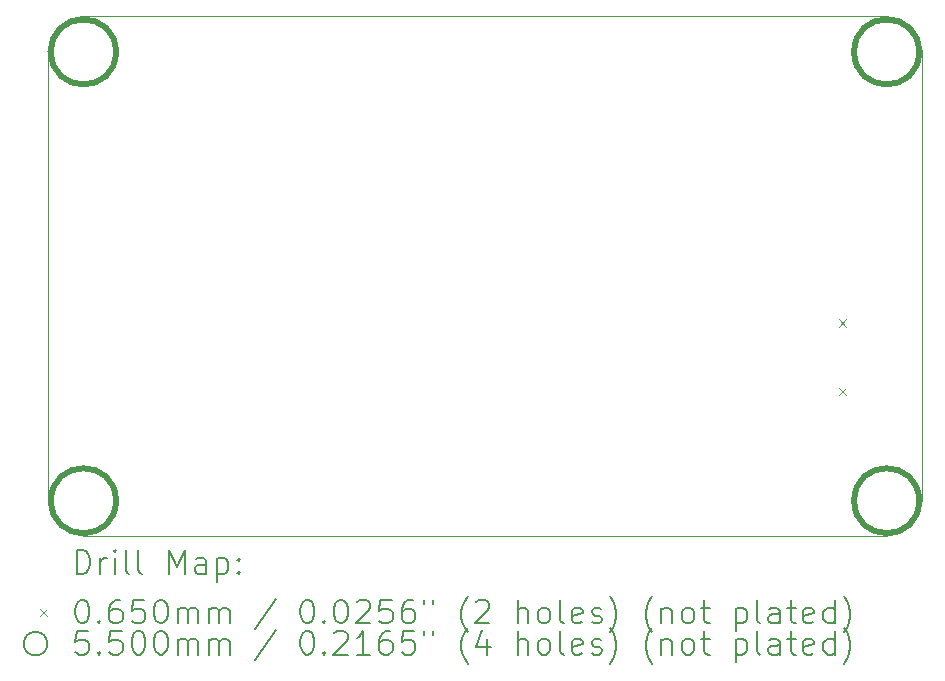
<source format=gbr>
%TF.GenerationSoftware,KiCad,Pcbnew,7.0.2-0*%
%TF.CreationDate,2023-09-20T20:36:27-05:00*%
%TF.ProjectId,spudglo_driver_v5p0,73707564-676c-46f5-9f64-72697665725f,rev?*%
%TF.SameCoordinates,Original*%
%TF.FileFunction,Drillmap*%
%TF.FilePolarity,Positive*%
%FSLAX45Y45*%
G04 Gerber Fmt 4.5, Leading zero omitted, Abs format (unit mm)*
G04 Created by KiCad (PCBNEW 7.0.2-0) date 2023-09-20 20:36:27*
%MOMM*%
%LPD*%
G01*
G04 APERTURE LIST*
%ADD10C,0.100000*%
%ADD11C,0.200000*%
%ADD12C,0.065000*%
%ADD13C,0.550000*%
G04 APERTURE END LIST*
D10*
X13958757Y-17796230D02*
G75*
G03*
X14257500Y-17495000I3J298750D01*
G01*
X14257500Y-17495000D02*
X14258728Y-13693743D01*
X14258720Y-13693743D02*
G75*
G03*
X13957500Y-13395000I-298750J3D01*
G01*
X6856620Y-17495376D02*
X6855880Y-13695349D01*
X13957500Y-13395000D02*
X7154624Y-13394120D01*
X6856620Y-17495376D02*
G75*
G03*
X7157849Y-17794119I298750J-4D01*
G01*
X7154624Y-13394120D02*
G75*
G03*
X6855880Y-13695349I0J-298754D01*
G01*
X13958757Y-17796229D02*
X7157849Y-17794120D01*
D11*
D12*
X13551581Y-15958500D02*
X13616581Y-16023500D01*
X13616581Y-15958500D02*
X13551581Y-16023500D01*
X13551581Y-16536500D02*
X13616581Y-16601500D01*
X13616581Y-16536500D02*
X13551581Y-16601500D01*
D13*
X7432081Y-13695000D02*
G75*
G03*
X7432081Y-13695000I-275000J0D01*
G01*
X7432081Y-17495000D02*
G75*
G03*
X7432081Y-17495000I-275000J0D01*
G01*
X14232081Y-13695000D02*
G75*
G03*
X14232081Y-13695000I-275000J0D01*
G01*
X14232081Y-17495000D02*
G75*
G03*
X14232081Y-17495000I-275000J0D01*
G01*
D11*
X7098489Y-18113754D02*
X7098489Y-17913754D01*
X7098489Y-17913754D02*
X7146108Y-17913754D01*
X7146108Y-17913754D02*
X7174680Y-17923278D01*
X7174680Y-17923278D02*
X7193727Y-17942326D01*
X7193727Y-17942326D02*
X7203251Y-17961373D01*
X7203251Y-17961373D02*
X7212775Y-17999468D01*
X7212775Y-17999468D02*
X7212775Y-18028040D01*
X7212775Y-18028040D02*
X7203251Y-18066135D01*
X7203251Y-18066135D02*
X7193727Y-18085183D01*
X7193727Y-18085183D02*
X7174680Y-18104230D01*
X7174680Y-18104230D02*
X7146108Y-18113754D01*
X7146108Y-18113754D02*
X7098489Y-18113754D01*
X7298489Y-18113754D02*
X7298489Y-17980421D01*
X7298489Y-18018516D02*
X7308013Y-17999468D01*
X7308013Y-17999468D02*
X7317537Y-17989945D01*
X7317537Y-17989945D02*
X7336584Y-17980421D01*
X7336584Y-17980421D02*
X7355632Y-17980421D01*
X7422299Y-18113754D02*
X7422299Y-17980421D01*
X7422299Y-17913754D02*
X7412775Y-17923278D01*
X7412775Y-17923278D02*
X7422299Y-17932802D01*
X7422299Y-17932802D02*
X7431823Y-17923278D01*
X7431823Y-17923278D02*
X7422299Y-17913754D01*
X7422299Y-17913754D02*
X7422299Y-17932802D01*
X7546108Y-18113754D02*
X7527061Y-18104230D01*
X7527061Y-18104230D02*
X7517537Y-18085183D01*
X7517537Y-18085183D02*
X7517537Y-17913754D01*
X7650870Y-18113754D02*
X7631823Y-18104230D01*
X7631823Y-18104230D02*
X7622299Y-18085183D01*
X7622299Y-18085183D02*
X7622299Y-17913754D01*
X7879442Y-18113754D02*
X7879442Y-17913754D01*
X7879442Y-17913754D02*
X7946108Y-18056611D01*
X7946108Y-18056611D02*
X8012775Y-17913754D01*
X8012775Y-17913754D02*
X8012775Y-18113754D01*
X8193727Y-18113754D02*
X8193727Y-18008992D01*
X8193727Y-18008992D02*
X8184204Y-17989945D01*
X8184204Y-17989945D02*
X8165156Y-17980421D01*
X8165156Y-17980421D02*
X8127061Y-17980421D01*
X8127061Y-17980421D02*
X8108013Y-17989945D01*
X8193727Y-18104230D02*
X8174680Y-18113754D01*
X8174680Y-18113754D02*
X8127061Y-18113754D01*
X8127061Y-18113754D02*
X8108013Y-18104230D01*
X8108013Y-18104230D02*
X8098489Y-18085183D01*
X8098489Y-18085183D02*
X8098489Y-18066135D01*
X8098489Y-18066135D02*
X8108013Y-18047087D01*
X8108013Y-18047087D02*
X8127061Y-18037564D01*
X8127061Y-18037564D02*
X8174680Y-18037564D01*
X8174680Y-18037564D02*
X8193727Y-18028040D01*
X8288965Y-17980421D02*
X8288965Y-18180421D01*
X8288965Y-17989945D02*
X8308013Y-17980421D01*
X8308013Y-17980421D02*
X8346108Y-17980421D01*
X8346108Y-17980421D02*
X8365156Y-17989945D01*
X8365156Y-17989945D02*
X8374680Y-17999468D01*
X8374680Y-17999468D02*
X8384204Y-18018516D01*
X8384204Y-18018516D02*
X8384204Y-18075659D01*
X8384204Y-18075659D02*
X8374680Y-18094706D01*
X8374680Y-18094706D02*
X8365156Y-18104230D01*
X8365156Y-18104230D02*
X8346108Y-18113754D01*
X8346108Y-18113754D02*
X8308013Y-18113754D01*
X8308013Y-18113754D02*
X8288965Y-18104230D01*
X8469918Y-18094706D02*
X8479442Y-18104230D01*
X8479442Y-18104230D02*
X8469918Y-18113754D01*
X8469918Y-18113754D02*
X8460394Y-18104230D01*
X8460394Y-18104230D02*
X8469918Y-18094706D01*
X8469918Y-18094706D02*
X8469918Y-18113754D01*
X8469918Y-17989945D02*
X8479442Y-17999468D01*
X8479442Y-17999468D02*
X8469918Y-18008992D01*
X8469918Y-18008992D02*
X8460394Y-17999468D01*
X8460394Y-17999468D02*
X8469918Y-17989945D01*
X8469918Y-17989945D02*
X8469918Y-18008992D01*
D12*
X6785870Y-18408730D02*
X6850870Y-18473730D01*
X6850870Y-18408730D02*
X6785870Y-18473730D01*
D11*
X7136584Y-18333754D02*
X7155632Y-18333754D01*
X7155632Y-18333754D02*
X7174680Y-18343278D01*
X7174680Y-18343278D02*
X7184204Y-18352802D01*
X7184204Y-18352802D02*
X7193727Y-18371849D01*
X7193727Y-18371849D02*
X7203251Y-18409945D01*
X7203251Y-18409945D02*
X7203251Y-18457564D01*
X7203251Y-18457564D02*
X7193727Y-18495659D01*
X7193727Y-18495659D02*
X7184204Y-18514706D01*
X7184204Y-18514706D02*
X7174680Y-18524230D01*
X7174680Y-18524230D02*
X7155632Y-18533754D01*
X7155632Y-18533754D02*
X7136584Y-18533754D01*
X7136584Y-18533754D02*
X7117537Y-18524230D01*
X7117537Y-18524230D02*
X7108013Y-18514706D01*
X7108013Y-18514706D02*
X7098489Y-18495659D01*
X7098489Y-18495659D02*
X7088965Y-18457564D01*
X7088965Y-18457564D02*
X7088965Y-18409945D01*
X7088965Y-18409945D02*
X7098489Y-18371849D01*
X7098489Y-18371849D02*
X7108013Y-18352802D01*
X7108013Y-18352802D02*
X7117537Y-18343278D01*
X7117537Y-18343278D02*
X7136584Y-18333754D01*
X7288965Y-18514706D02*
X7298489Y-18524230D01*
X7298489Y-18524230D02*
X7288965Y-18533754D01*
X7288965Y-18533754D02*
X7279442Y-18524230D01*
X7279442Y-18524230D02*
X7288965Y-18514706D01*
X7288965Y-18514706D02*
X7288965Y-18533754D01*
X7469918Y-18333754D02*
X7431823Y-18333754D01*
X7431823Y-18333754D02*
X7412775Y-18343278D01*
X7412775Y-18343278D02*
X7403251Y-18352802D01*
X7403251Y-18352802D02*
X7384204Y-18381373D01*
X7384204Y-18381373D02*
X7374680Y-18419468D01*
X7374680Y-18419468D02*
X7374680Y-18495659D01*
X7374680Y-18495659D02*
X7384204Y-18514706D01*
X7384204Y-18514706D02*
X7393727Y-18524230D01*
X7393727Y-18524230D02*
X7412775Y-18533754D01*
X7412775Y-18533754D02*
X7450870Y-18533754D01*
X7450870Y-18533754D02*
X7469918Y-18524230D01*
X7469918Y-18524230D02*
X7479442Y-18514706D01*
X7479442Y-18514706D02*
X7488965Y-18495659D01*
X7488965Y-18495659D02*
X7488965Y-18448040D01*
X7488965Y-18448040D02*
X7479442Y-18428992D01*
X7479442Y-18428992D02*
X7469918Y-18419468D01*
X7469918Y-18419468D02*
X7450870Y-18409945D01*
X7450870Y-18409945D02*
X7412775Y-18409945D01*
X7412775Y-18409945D02*
X7393727Y-18419468D01*
X7393727Y-18419468D02*
X7384204Y-18428992D01*
X7384204Y-18428992D02*
X7374680Y-18448040D01*
X7669918Y-18333754D02*
X7574680Y-18333754D01*
X7574680Y-18333754D02*
X7565156Y-18428992D01*
X7565156Y-18428992D02*
X7574680Y-18419468D01*
X7574680Y-18419468D02*
X7593727Y-18409945D01*
X7593727Y-18409945D02*
X7641346Y-18409945D01*
X7641346Y-18409945D02*
X7660394Y-18419468D01*
X7660394Y-18419468D02*
X7669918Y-18428992D01*
X7669918Y-18428992D02*
X7679442Y-18448040D01*
X7679442Y-18448040D02*
X7679442Y-18495659D01*
X7679442Y-18495659D02*
X7669918Y-18514706D01*
X7669918Y-18514706D02*
X7660394Y-18524230D01*
X7660394Y-18524230D02*
X7641346Y-18533754D01*
X7641346Y-18533754D02*
X7593727Y-18533754D01*
X7593727Y-18533754D02*
X7574680Y-18524230D01*
X7574680Y-18524230D02*
X7565156Y-18514706D01*
X7803251Y-18333754D02*
X7822299Y-18333754D01*
X7822299Y-18333754D02*
X7841346Y-18343278D01*
X7841346Y-18343278D02*
X7850870Y-18352802D01*
X7850870Y-18352802D02*
X7860394Y-18371849D01*
X7860394Y-18371849D02*
X7869918Y-18409945D01*
X7869918Y-18409945D02*
X7869918Y-18457564D01*
X7869918Y-18457564D02*
X7860394Y-18495659D01*
X7860394Y-18495659D02*
X7850870Y-18514706D01*
X7850870Y-18514706D02*
X7841346Y-18524230D01*
X7841346Y-18524230D02*
X7822299Y-18533754D01*
X7822299Y-18533754D02*
X7803251Y-18533754D01*
X7803251Y-18533754D02*
X7784204Y-18524230D01*
X7784204Y-18524230D02*
X7774680Y-18514706D01*
X7774680Y-18514706D02*
X7765156Y-18495659D01*
X7765156Y-18495659D02*
X7755632Y-18457564D01*
X7755632Y-18457564D02*
X7755632Y-18409945D01*
X7755632Y-18409945D02*
X7765156Y-18371849D01*
X7765156Y-18371849D02*
X7774680Y-18352802D01*
X7774680Y-18352802D02*
X7784204Y-18343278D01*
X7784204Y-18343278D02*
X7803251Y-18333754D01*
X7955632Y-18533754D02*
X7955632Y-18400421D01*
X7955632Y-18419468D02*
X7965156Y-18409945D01*
X7965156Y-18409945D02*
X7984204Y-18400421D01*
X7984204Y-18400421D02*
X8012775Y-18400421D01*
X8012775Y-18400421D02*
X8031823Y-18409945D01*
X8031823Y-18409945D02*
X8041346Y-18428992D01*
X8041346Y-18428992D02*
X8041346Y-18533754D01*
X8041346Y-18428992D02*
X8050870Y-18409945D01*
X8050870Y-18409945D02*
X8069918Y-18400421D01*
X8069918Y-18400421D02*
X8098489Y-18400421D01*
X8098489Y-18400421D02*
X8117537Y-18409945D01*
X8117537Y-18409945D02*
X8127061Y-18428992D01*
X8127061Y-18428992D02*
X8127061Y-18533754D01*
X8222299Y-18533754D02*
X8222299Y-18400421D01*
X8222299Y-18419468D02*
X8231823Y-18409945D01*
X8231823Y-18409945D02*
X8250870Y-18400421D01*
X8250870Y-18400421D02*
X8279442Y-18400421D01*
X8279442Y-18400421D02*
X8298489Y-18409945D01*
X8298489Y-18409945D02*
X8308013Y-18428992D01*
X8308013Y-18428992D02*
X8308013Y-18533754D01*
X8308013Y-18428992D02*
X8317537Y-18409945D01*
X8317537Y-18409945D02*
X8336585Y-18400421D01*
X8336585Y-18400421D02*
X8365156Y-18400421D01*
X8365156Y-18400421D02*
X8384204Y-18409945D01*
X8384204Y-18409945D02*
X8393728Y-18428992D01*
X8393728Y-18428992D02*
X8393728Y-18533754D01*
X8784204Y-18324230D02*
X8612775Y-18581373D01*
X9041347Y-18333754D02*
X9060394Y-18333754D01*
X9060394Y-18333754D02*
X9079442Y-18343278D01*
X9079442Y-18343278D02*
X9088966Y-18352802D01*
X9088966Y-18352802D02*
X9098490Y-18371849D01*
X9098490Y-18371849D02*
X9108013Y-18409945D01*
X9108013Y-18409945D02*
X9108013Y-18457564D01*
X9108013Y-18457564D02*
X9098490Y-18495659D01*
X9098490Y-18495659D02*
X9088966Y-18514706D01*
X9088966Y-18514706D02*
X9079442Y-18524230D01*
X9079442Y-18524230D02*
X9060394Y-18533754D01*
X9060394Y-18533754D02*
X9041347Y-18533754D01*
X9041347Y-18533754D02*
X9022299Y-18524230D01*
X9022299Y-18524230D02*
X9012775Y-18514706D01*
X9012775Y-18514706D02*
X9003251Y-18495659D01*
X9003251Y-18495659D02*
X8993728Y-18457564D01*
X8993728Y-18457564D02*
X8993728Y-18409945D01*
X8993728Y-18409945D02*
X9003251Y-18371849D01*
X9003251Y-18371849D02*
X9012775Y-18352802D01*
X9012775Y-18352802D02*
X9022299Y-18343278D01*
X9022299Y-18343278D02*
X9041347Y-18333754D01*
X9193728Y-18514706D02*
X9203251Y-18524230D01*
X9203251Y-18524230D02*
X9193728Y-18533754D01*
X9193728Y-18533754D02*
X9184204Y-18524230D01*
X9184204Y-18524230D02*
X9193728Y-18514706D01*
X9193728Y-18514706D02*
X9193728Y-18533754D01*
X9327061Y-18333754D02*
X9346109Y-18333754D01*
X9346109Y-18333754D02*
X9365156Y-18343278D01*
X9365156Y-18343278D02*
X9374680Y-18352802D01*
X9374680Y-18352802D02*
X9384204Y-18371849D01*
X9384204Y-18371849D02*
X9393728Y-18409945D01*
X9393728Y-18409945D02*
X9393728Y-18457564D01*
X9393728Y-18457564D02*
X9384204Y-18495659D01*
X9384204Y-18495659D02*
X9374680Y-18514706D01*
X9374680Y-18514706D02*
X9365156Y-18524230D01*
X9365156Y-18524230D02*
X9346109Y-18533754D01*
X9346109Y-18533754D02*
X9327061Y-18533754D01*
X9327061Y-18533754D02*
X9308013Y-18524230D01*
X9308013Y-18524230D02*
X9298490Y-18514706D01*
X9298490Y-18514706D02*
X9288966Y-18495659D01*
X9288966Y-18495659D02*
X9279442Y-18457564D01*
X9279442Y-18457564D02*
X9279442Y-18409945D01*
X9279442Y-18409945D02*
X9288966Y-18371849D01*
X9288966Y-18371849D02*
X9298490Y-18352802D01*
X9298490Y-18352802D02*
X9308013Y-18343278D01*
X9308013Y-18343278D02*
X9327061Y-18333754D01*
X9469918Y-18352802D02*
X9479442Y-18343278D01*
X9479442Y-18343278D02*
X9498490Y-18333754D01*
X9498490Y-18333754D02*
X9546109Y-18333754D01*
X9546109Y-18333754D02*
X9565156Y-18343278D01*
X9565156Y-18343278D02*
X9574680Y-18352802D01*
X9574680Y-18352802D02*
X9584204Y-18371849D01*
X9584204Y-18371849D02*
X9584204Y-18390897D01*
X9584204Y-18390897D02*
X9574680Y-18419468D01*
X9574680Y-18419468D02*
X9460394Y-18533754D01*
X9460394Y-18533754D02*
X9584204Y-18533754D01*
X9765156Y-18333754D02*
X9669918Y-18333754D01*
X9669918Y-18333754D02*
X9660394Y-18428992D01*
X9660394Y-18428992D02*
X9669918Y-18419468D01*
X9669918Y-18419468D02*
X9688966Y-18409945D01*
X9688966Y-18409945D02*
X9736585Y-18409945D01*
X9736585Y-18409945D02*
X9755632Y-18419468D01*
X9755632Y-18419468D02*
X9765156Y-18428992D01*
X9765156Y-18428992D02*
X9774680Y-18448040D01*
X9774680Y-18448040D02*
X9774680Y-18495659D01*
X9774680Y-18495659D02*
X9765156Y-18514706D01*
X9765156Y-18514706D02*
X9755632Y-18524230D01*
X9755632Y-18524230D02*
X9736585Y-18533754D01*
X9736585Y-18533754D02*
X9688966Y-18533754D01*
X9688966Y-18533754D02*
X9669918Y-18524230D01*
X9669918Y-18524230D02*
X9660394Y-18514706D01*
X9946109Y-18333754D02*
X9908013Y-18333754D01*
X9908013Y-18333754D02*
X9888966Y-18343278D01*
X9888966Y-18343278D02*
X9879442Y-18352802D01*
X9879442Y-18352802D02*
X9860394Y-18381373D01*
X9860394Y-18381373D02*
X9850871Y-18419468D01*
X9850871Y-18419468D02*
X9850871Y-18495659D01*
X9850871Y-18495659D02*
X9860394Y-18514706D01*
X9860394Y-18514706D02*
X9869918Y-18524230D01*
X9869918Y-18524230D02*
X9888966Y-18533754D01*
X9888966Y-18533754D02*
X9927061Y-18533754D01*
X9927061Y-18533754D02*
X9946109Y-18524230D01*
X9946109Y-18524230D02*
X9955632Y-18514706D01*
X9955632Y-18514706D02*
X9965156Y-18495659D01*
X9965156Y-18495659D02*
X9965156Y-18448040D01*
X9965156Y-18448040D02*
X9955632Y-18428992D01*
X9955632Y-18428992D02*
X9946109Y-18419468D01*
X9946109Y-18419468D02*
X9927061Y-18409945D01*
X9927061Y-18409945D02*
X9888966Y-18409945D01*
X9888966Y-18409945D02*
X9869918Y-18419468D01*
X9869918Y-18419468D02*
X9860394Y-18428992D01*
X9860394Y-18428992D02*
X9850871Y-18448040D01*
X10041347Y-18333754D02*
X10041347Y-18371849D01*
X10117537Y-18333754D02*
X10117537Y-18371849D01*
X10412775Y-18609945D02*
X10403252Y-18600421D01*
X10403252Y-18600421D02*
X10384204Y-18571849D01*
X10384204Y-18571849D02*
X10374680Y-18552802D01*
X10374680Y-18552802D02*
X10365156Y-18524230D01*
X10365156Y-18524230D02*
X10355633Y-18476611D01*
X10355633Y-18476611D02*
X10355633Y-18438516D01*
X10355633Y-18438516D02*
X10365156Y-18390897D01*
X10365156Y-18390897D02*
X10374680Y-18362326D01*
X10374680Y-18362326D02*
X10384204Y-18343278D01*
X10384204Y-18343278D02*
X10403252Y-18314706D01*
X10403252Y-18314706D02*
X10412775Y-18305183D01*
X10479442Y-18352802D02*
X10488966Y-18343278D01*
X10488966Y-18343278D02*
X10508013Y-18333754D01*
X10508013Y-18333754D02*
X10555633Y-18333754D01*
X10555633Y-18333754D02*
X10574680Y-18343278D01*
X10574680Y-18343278D02*
X10584204Y-18352802D01*
X10584204Y-18352802D02*
X10593728Y-18371849D01*
X10593728Y-18371849D02*
X10593728Y-18390897D01*
X10593728Y-18390897D02*
X10584204Y-18419468D01*
X10584204Y-18419468D02*
X10469918Y-18533754D01*
X10469918Y-18533754D02*
X10593728Y-18533754D01*
X10831823Y-18533754D02*
X10831823Y-18333754D01*
X10917537Y-18533754D02*
X10917537Y-18428992D01*
X10917537Y-18428992D02*
X10908014Y-18409945D01*
X10908014Y-18409945D02*
X10888966Y-18400421D01*
X10888966Y-18400421D02*
X10860394Y-18400421D01*
X10860394Y-18400421D02*
X10841347Y-18409945D01*
X10841347Y-18409945D02*
X10831823Y-18419468D01*
X11041347Y-18533754D02*
X11022299Y-18524230D01*
X11022299Y-18524230D02*
X11012775Y-18514706D01*
X11012775Y-18514706D02*
X11003252Y-18495659D01*
X11003252Y-18495659D02*
X11003252Y-18438516D01*
X11003252Y-18438516D02*
X11012775Y-18419468D01*
X11012775Y-18419468D02*
X11022299Y-18409945D01*
X11022299Y-18409945D02*
X11041347Y-18400421D01*
X11041347Y-18400421D02*
X11069918Y-18400421D01*
X11069918Y-18400421D02*
X11088966Y-18409945D01*
X11088966Y-18409945D02*
X11098490Y-18419468D01*
X11098490Y-18419468D02*
X11108014Y-18438516D01*
X11108014Y-18438516D02*
X11108014Y-18495659D01*
X11108014Y-18495659D02*
X11098490Y-18514706D01*
X11098490Y-18514706D02*
X11088966Y-18524230D01*
X11088966Y-18524230D02*
X11069918Y-18533754D01*
X11069918Y-18533754D02*
X11041347Y-18533754D01*
X11222299Y-18533754D02*
X11203252Y-18524230D01*
X11203252Y-18524230D02*
X11193728Y-18505183D01*
X11193728Y-18505183D02*
X11193728Y-18333754D01*
X11374680Y-18524230D02*
X11355633Y-18533754D01*
X11355633Y-18533754D02*
X11317537Y-18533754D01*
X11317537Y-18533754D02*
X11298490Y-18524230D01*
X11298490Y-18524230D02*
X11288966Y-18505183D01*
X11288966Y-18505183D02*
X11288966Y-18428992D01*
X11288966Y-18428992D02*
X11298490Y-18409945D01*
X11298490Y-18409945D02*
X11317537Y-18400421D01*
X11317537Y-18400421D02*
X11355633Y-18400421D01*
X11355633Y-18400421D02*
X11374680Y-18409945D01*
X11374680Y-18409945D02*
X11384204Y-18428992D01*
X11384204Y-18428992D02*
X11384204Y-18448040D01*
X11384204Y-18448040D02*
X11288966Y-18467087D01*
X11460394Y-18524230D02*
X11479442Y-18533754D01*
X11479442Y-18533754D02*
X11517537Y-18533754D01*
X11517537Y-18533754D02*
X11536585Y-18524230D01*
X11536585Y-18524230D02*
X11546109Y-18505183D01*
X11546109Y-18505183D02*
X11546109Y-18495659D01*
X11546109Y-18495659D02*
X11536585Y-18476611D01*
X11536585Y-18476611D02*
X11517537Y-18467087D01*
X11517537Y-18467087D02*
X11488966Y-18467087D01*
X11488966Y-18467087D02*
X11469918Y-18457564D01*
X11469918Y-18457564D02*
X11460394Y-18438516D01*
X11460394Y-18438516D02*
X11460394Y-18428992D01*
X11460394Y-18428992D02*
X11469918Y-18409945D01*
X11469918Y-18409945D02*
X11488966Y-18400421D01*
X11488966Y-18400421D02*
X11517537Y-18400421D01*
X11517537Y-18400421D02*
X11536585Y-18409945D01*
X11612775Y-18609945D02*
X11622299Y-18600421D01*
X11622299Y-18600421D02*
X11641347Y-18571849D01*
X11641347Y-18571849D02*
X11650871Y-18552802D01*
X11650871Y-18552802D02*
X11660394Y-18524230D01*
X11660394Y-18524230D02*
X11669918Y-18476611D01*
X11669918Y-18476611D02*
X11669918Y-18438516D01*
X11669918Y-18438516D02*
X11660394Y-18390897D01*
X11660394Y-18390897D02*
X11650871Y-18362326D01*
X11650871Y-18362326D02*
X11641347Y-18343278D01*
X11641347Y-18343278D02*
X11622299Y-18314706D01*
X11622299Y-18314706D02*
X11612775Y-18305183D01*
X11974680Y-18609945D02*
X11965156Y-18600421D01*
X11965156Y-18600421D02*
X11946109Y-18571849D01*
X11946109Y-18571849D02*
X11936585Y-18552802D01*
X11936585Y-18552802D02*
X11927061Y-18524230D01*
X11927061Y-18524230D02*
X11917537Y-18476611D01*
X11917537Y-18476611D02*
X11917537Y-18438516D01*
X11917537Y-18438516D02*
X11927061Y-18390897D01*
X11927061Y-18390897D02*
X11936585Y-18362326D01*
X11936585Y-18362326D02*
X11946109Y-18343278D01*
X11946109Y-18343278D02*
X11965156Y-18314706D01*
X11965156Y-18314706D02*
X11974680Y-18305183D01*
X12050871Y-18400421D02*
X12050871Y-18533754D01*
X12050871Y-18419468D02*
X12060394Y-18409945D01*
X12060394Y-18409945D02*
X12079442Y-18400421D01*
X12079442Y-18400421D02*
X12108014Y-18400421D01*
X12108014Y-18400421D02*
X12127061Y-18409945D01*
X12127061Y-18409945D02*
X12136585Y-18428992D01*
X12136585Y-18428992D02*
X12136585Y-18533754D01*
X12260394Y-18533754D02*
X12241347Y-18524230D01*
X12241347Y-18524230D02*
X12231823Y-18514706D01*
X12231823Y-18514706D02*
X12222299Y-18495659D01*
X12222299Y-18495659D02*
X12222299Y-18438516D01*
X12222299Y-18438516D02*
X12231823Y-18419468D01*
X12231823Y-18419468D02*
X12241347Y-18409945D01*
X12241347Y-18409945D02*
X12260394Y-18400421D01*
X12260394Y-18400421D02*
X12288966Y-18400421D01*
X12288966Y-18400421D02*
X12308014Y-18409945D01*
X12308014Y-18409945D02*
X12317537Y-18419468D01*
X12317537Y-18419468D02*
X12327061Y-18438516D01*
X12327061Y-18438516D02*
X12327061Y-18495659D01*
X12327061Y-18495659D02*
X12317537Y-18514706D01*
X12317537Y-18514706D02*
X12308014Y-18524230D01*
X12308014Y-18524230D02*
X12288966Y-18533754D01*
X12288966Y-18533754D02*
X12260394Y-18533754D01*
X12384204Y-18400421D02*
X12460394Y-18400421D01*
X12412775Y-18333754D02*
X12412775Y-18505183D01*
X12412775Y-18505183D02*
X12422299Y-18524230D01*
X12422299Y-18524230D02*
X12441347Y-18533754D01*
X12441347Y-18533754D02*
X12460394Y-18533754D01*
X12679442Y-18400421D02*
X12679442Y-18600421D01*
X12679442Y-18409945D02*
X12698490Y-18400421D01*
X12698490Y-18400421D02*
X12736585Y-18400421D01*
X12736585Y-18400421D02*
X12755633Y-18409945D01*
X12755633Y-18409945D02*
X12765156Y-18419468D01*
X12765156Y-18419468D02*
X12774680Y-18438516D01*
X12774680Y-18438516D02*
X12774680Y-18495659D01*
X12774680Y-18495659D02*
X12765156Y-18514706D01*
X12765156Y-18514706D02*
X12755633Y-18524230D01*
X12755633Y-18524230D02*
X12736585Y-18533754D01*
X12736585Y-18533754D02*
X12698490Y-18533754D01*
X12698490Y-18533754D02*
X12679442Y-18524230D01*
X12888966Y-18533754D02*
X12869918Y-18524230D01*
X12869918Y-18524230D02*
X12860395Y-18505183D01*
X12860395Y-18505183D02*
X12860395Y-18333754D01*
X13050871Y-18533754D02*
X13050871Y-18428992D01*
X13050871Y-18428992D02*
X13041347Y-18409945D01*
X13041347Y-18409945D02*
X13022299Y-18400421D01*
X13022299Y-18400421D02*
X12984204Y-18400421D01*
X12984204Y-18400421D02*
X12965156Y-18409945D01*
X13050871Y-18524230D02*
X13031823Y-18533754D01*
X13031823Y-18533754D02*
X12984204Y-18533754D01*
X12984204Y-18533754D02*
X12965156Y-18524230D01*
X12965156Y-18524230D02*
X12955633Y-18505183D01*
X12955633Y-18505183D02*
X12955633Y-18486135D01*
X12955633Y-18486135D02*
X12965156Y-18467087D01*
X12965156Y-18467087D02*
X12984204Y-18457564D01*
X12984204Y-18457564D02*
X13031823Y-18457564D01*
X13031823Y-18457564D02*
X13050871Y-18448040D01*
X13117537Y-18400421D02*
X13193728Y-18400421D01*
X13146109Y-18333754D02*
X13146109Y-18505183D01*
X13146109Y-18505183D02*
X13155633Y-18524230D01*
X13155633Y-18524230D02*
X13174680Y-18533754D01*
X13174680Y-18533754D02*
X13193728Y-18533754D01*
X13336585Y-18524230D02*
X13317537Y-18533754D01*
X13317537Y-18533754D02*
X13279442Y-18533754D01*
X13279442Y-18533754D02*
X13260395Y-18524230D01*
X13260395Y-18524230D02*
X13250871Y-18505183D01*
X13250871Y-18505183D02*
X13250871Y-18428992D01*
X13250871Y-18428992D02*
X13260395Y-18409945D01*
X13260395Y-18409945D02*
X13279442Y-18400421D01*
X13279442Y-18400421D02*
X13317537Y-18400421D01*
X13317537Y-18400421D02*
X13336585Y-18409945D01*
X13336585Y-18409945D02*
X13346109Y-18428992D01*
X13346109Y-18428992D02*
X13346109Y-18448040D01*
X13346109Y-18448040D02*
X13250871Y-18467087D01*
X13517537Y-18533754D02*
X13517537Y-18333754D01*
X13517537Y-18524230D02*
X13498490Y-18533754D01*
X13498490Y-18533754D02*
X13460395Y-18533754D01*
X13460395Y-18533754D02*
X13441347Y-18524230D01*
X13441347Y-18524230D02*
X13431823Y-18514706D01*
X13431823Y-18514706D02*
X13422299Y-18495659D01*
X13422299Y-18495659D02*
X13422299Y-18438516D01*
X13422299Y-18438516D02*
X13431823Y-18419468D01*
X13431823Y-18419468D02*
X13441347Y-18409945D01*
X13441347Y-18409945D02*
X13460395Y-18400421D01*
X13460395Y-18400421D02*
X13498490Y-18400421D01*
X13498490Y-18400421D02*
X13517537Y-18409945D01*
X13593728Y-18609945D02*
X13603252Y-18600421D01*
X13603252Y-18600421D02*
X13622299Y-18571849D01*
X13622299Y-18571849D02*
X13631823Y-18552802D01*
X13631823Y-18552802D02*
X13641347Y-18524230D01*
X13641347Y-18524230D02*
X13650871Y-18476611D01*
X13650871Y-18476611D02*
X13650871Y-18438516D01*
X13650871Y-18438516D02*
X13641347Y-18390897D01*
X13641347Y-18390897D02*
X13631823Y-18362326D01*
X13631823Y-18362326D02*
X13622299Y-18343278D01*
X13622299Y-18343278D02*
X13603252Y-18314706D01*
X13603252Y-18314706D02*
X13593728Y-18305183D01*
X6850870Y-18705230D02*
G75*
G03*
X6850870Y-18705230I-100000J0D01*
G01*
X7193727Y-18597754D02*
X7098489Y-18597754D01*
X7098489Y-18597754D02*
X7088965Y-18692992D01*
X7088965Y-18692992D02*
X7098489Y-18683468D01*
X7098489Y-18683468D02*
X7117537Y-18673945D01*
X7117537Y-18673945D02*
X7165156Y-18673945D01*
X7165156Y-18673945D02*
X7184204Y-18683468D01*
X7184204Y-18683468D02*
X7193727Y-18692992D01*
X7193727Y-18692992D02*
X7203251Y-18712040D01*
X7203251Y-18712040D02*
X7203251Y-18759659D01*
X7203251Y-18759659D02*
X7193727Y-18778706D01*
X7193727Y-18778706D02*
X7184204Y-18788230D01*
X7184204Y-18788230D02*
X7165156Y-18797754D01*
X7165156Y-18797754D02*
X7117537Y-18797754D01*
X7117537Y-18797754D02*
X7098489Y-18788230D01*
X7098489Y-18788230D02*
X7088965Y-18778706D01*
X7288965Y-18778706D02*
X7298489Y-18788230D01*
X7298489Y-18788230D02*
X7288965Y-18797754D01*
X7288965Y-18797754D02*
X7279442Y-18788230D01*
X7279442Y-18788230D02*
X7288965Y-18778706D01*
X7288965Y-18778706D02*
X7288965Y-18797754D01*
X7479442Y-18597754D02*
X7384204Y-18597754D01*
X7384204Y-18597754D02*
X7374680Y-18692992D01*
X7374680Y-18692992D02*
X7384204Y-18683468D01*
X7384204Y-18683468D02*
X7403251Y-18673945D01*
X7403251Y-18673945D02*
X7450870Y-18673945D01*
X7450870Y-18673945D02*
X7469918Y-18683468D01*
X7469918Y-18683468D02*
X7479442Y-18692992D01*
X7479442Y-18692992D02*
X7488965Y-18712040D01*
X7488965Y-18712040D02*
X7488965Y-18759659D01*
X7488965Y-18759659D02*
X7479442Y-18778706D01*
X7479442Y-18778706D02*
X7469918Y-18788230D01*
X7469918Y-18788230D02*
X7450870Y-18797754D01*
X7450870Y-18797754D02*
X7403251Y-18797754D01*
X7403251Y-18797754D02*
X7384204Y-18788230D01*
X7384204Y-18788230D02*
X7374680Y-18778706D01*
X7612775Y-18597754D02*
X7631823Y-18597754D01*
X7631823Y-18597754D02*
X7650870Y-18607278D01*
X7650870Y-18607278D02*
X7660394Y-18616802D01*
X7660394Y-18616802D02*
X7669918Y-18635849D01*
X7669918Y-18635849D02*
X7679442Y-18673945D01*
X7679442Y-18673945D02*
X7679442Y-18721564D01*
X7679442Y-18721564D02*
X7669918Y-18759659D01*
X7669918Y-18759659D02*
X7660394Y-18778706D01*
X7660394Y-18778706D02*
X7650870Y-18788230D01*
X7650870Y-18788230D02*
X7631823Y-18797754D01*
X7631823Y-18797754D02*
X7612775Y-18797754D01*
X7612775Y-18797754D02*
X7593727Y-18788230D01*
X7593727Y-18788230D02*
X7584204Y-18778706D01*
X7584204Y-18778706D02*
X7574680Y-18759659D01*
X7574680Y-18759659D02*
X7565156Y-18721564D01*
X7565156Y-18721564D02*
X7565156Y-18673945D01*
X7565156Y-18673945D02*
X7574680Y-18635849D01*
X7574680Y-18635849D02*
X7584204Y-18616802D01*
X7584204Y-18616802D02*
X7593727Y-18607278D01*
X7593727Y-18607278D02*
X7612775Y-18597754D01*
X7803251Y-18597754D02*
X7822299Y-18597754D01*
X7822299Y-18597754D02*
X7841346Y-18607278D01*
X7841346Y-18607278D02*
X7850870Y-18616802D01*
X7850870Y-18616802D02*
X7860394Y-18635849D01*
X7860394Y-18635849D02*
X7869918Y-18673945D01*
X7869918Y-18673945D02*
X7869918Y-18721564D01*
X7869918Y-18721564D02*
X7860394Y-18759659D01*
X7860394Y-18759659D02*
X7850870Y-18778706D01*
X7850870Y-18778706D02*
X7841346Y-18788230D01*
X7841346Y-18788230D02*
X7822299Y-18797754D01*
X7822299Y-18797754D02*
X7803251Y-18797754D01*
X7803251Y-18797754D02*
X7784204Y-18788230D01*
X7784204Y-18788230D02*
X7774680Y-18778706D01*
X7774680Y-18778706D02*
X7765156Y-18759659D01*
X7765156Y-18759659D02*
X7755632Y-18721564D01*
X7755632Y-18721564D02*
X7755632Y-18673945D01*
X7755632Y-18673945D02*
X7765156Y-18635849D01*
X7765156Y-18635849D02*
X7774680Y-18616802D01*
X7774680Y-18616802D02*
X7784204Y-18607278D01*
X7784204Y-18607278D02*
X7803251Y-18597754D01*
X7955632Y-18797754D02*
X7955632Y-18664421D01*
X7955632Y-18683468D02*
X7965156Y-18673945D01*
X7965156Y-18673945D02*
X7984204Y-18664421D01*
X7984204Y-18664421D02*
X8012775Y-18664421D01*
X8012775Y-18664421D02*
X8031823Y-18673945D01*
X8031823Y-18673945D02*
X8041346Y-18692992D01*
X8041346Y-18692992D02*
X8041346Y-18797754D01*
X8041346Y-18692992D02*
X8050870Y-18673945D01*
X8050870Y-18673945D02*
X8069918Y-18664421D01*
X8069918Y-18664421D02*
X8098489Y-18664421D01*
X8098489Y-18664421D02*
X8117537Y-18673945D01*
X8117537Y-18673945D02*
X8127061Y-18692992D01*
X8127061Y-18692992D02*
X8127061Y-18797754D01*
X8222299Y-18797754D02*
X8222299Y-18664421D01*
X8222299Y-18683468D02*
X8231823Y-18673945D01*
X8231823Y-18673945D02*
X8250870Y-18664421D01*
X8250870Y-18664421D02*
X8279442Y-18664421D01*
X8279442Y-18664421D02*
X8298489Y-18673945D01*
X8298489Y-18673945D02*
X8308013Y-18692992D01*
X8308013Y-18692992D02*
X8308013Y-18797754D01*
X8308013Y-18692992D02*
X8317537Y-18673945D01*
X8317537Y-18673945D02*
X8336585Y-18664421D01*
X8336585Y-18664421D02*
X8365156Y-18664421D01*
X8365156Y-18664421D02*
X8384204Y-18673945D01*
X8384204Y-18673945D02*
X8393728Y-18692992D01*
X8393728Y-18692992D02*
X8393728Y-18797754D01*
X8784204Y-18588230D02*
X8612775Y-18845373D01*
X9041347Y-18597754D02*
X9060394Y-18597754D01*
X9060394Y-18597754D02*
X9079442Y-18607278D01*
X9079442Y-18607278D02*
X9088966Y-18616802D01*
X9088966Y-18616802D02*
X9098490Y-18635849D01*
X9098490Y-18635849D02*
X9108013Y-18673945D01*
X9108013Y-18673945D02*
X9108013Y-18721564D01*
X9108013Y-18721564D02*
X9098490Y-18759659D01*
X9098490Y-18759659D02*
X9088966Y-18778706D01*
X9088966Y-18778706D02*
X9079442Y-18788230D01*
X9079442Y-18788230D02*
X9060394Y-18797754D01*
X9060394Y-18797754D02*
X9041347Y-18797754D01*
X9041347Y-18797754D02*
X9022299Y-18788230D01*
X9022299Y-18788230D02*
X9012775Y-18778706D01*
X9012775Y-18778706D02*
X9003251Y-18759659D01*
X9003251Y-18759659D02*
X8993728Y-18721564D01*
X8993728Y-18721564D02*
X8993728Y-18673945D01*
X8993728Y-18673945D02*
X9003251Y-18635849D01*
X9003251Y-18635849D02*
X9012775Y-18616802D01*
X9012775Y-18616802D02*
X9022299Y-18607278D01*
X9022299Y-18607278D02*
X9041347Y-18597754D01*
X9193728Y-18778706D02*
X9203251Y-18788230D01*
X9203251Y-18788230D02*
X9193728Y-18797754D01*
X9193728Y-18797754D02*
X9184204Y-18788230D01*
X9184204Y-18788230D02*
X9193728Y-18778706D01*
X9193728Y-18778706D02*
X9193728Y-18797754D01*
X9279442Y-18616802D02*
X9288966Y-18607278D01*
X9288966Y-18607278D02*
X9308013Y-18597754D01*
X9308013Y-18597754D02*
X9355632Y-18597754D01*
X9355632Y-18597754D02*
X9374680Y-18607278D01*
X9374680Y-18607278D02*
X9384204Y-18616802D01*
X9384204Y-18616802D02*
X9393728Y-18635849D01*
X9393728Y-18635849D02*
X9393728Y-18654897D01*
X9393728Y-18654897D02*
X9384204Y-18683468D01*
X9384204Y-18683468D02*
X9269918Y-18797754D01*
X9269918Y-18797754D02*
X9393728Y-18797754D01*
X9584204Y-18797754D02*
X9469918Y-18797754D01*
X9527061Y-18797754D02*
X9527061Y-18597754D01*
X9527061Y-18597754D02*
X9508013Y-18626326D01*
X9508013Y-18626326D02*
X9488966Y-18645373D01*
X9488966Y-18645373D02*
X9469918Y-18654897D01*
X9755632Y-18597754D02*
X9717537Y-18597754D01*
X9717537Y-18597754D02*
X9698490Y-18607278D01*
X9698490Y-18607278D02*
X9688966Y-18616802D01*
X9688966Y-18616802D02*
X9669918Y-18645373D01*
X9669918Y-18645373D02*
X9660394Y-18683468D01*
X9660394Y-18683468D02*
X9660394Y-18759659D01*
X9660394Y-18759659D02*
X9669918Y-18778706D01*
X9669918Y-18778706D02*
X9679442Y-18788230D01*
X9679442Y-18788230D02*
X9698490Y-18797754D01*
X9698490Y-18797754D02*
X9736585Y-18797754D01*
X9736585Y-18797754D02*
X9755632Y-18788230D01*
X9755632Y-18788230D02*
X9765156Y-18778706D01*
X9765156Y-18778706D02*
X9774680Y-18759659D01*
X9774680Y-18759659D02*
X9774680Y-18712040D01*
X9774680Y-18712040D02*
X9765156Y-18692992D01*
X9765156Y-18692992D02*
X9755632Y-18683468D01*
X9755632Y-18683468D02*
X9736585Y-18673945D01*
X9736585Y-18673945D02*
X9698490Y-18673945D01*
X9698490Y-18673945D02*
X9679442Y-18683468D01*
X9679442Y-18683468D02*
X9669918Y-18692992D01*
X9669918Y-18692992D02*
X9660394Y-18712040D01*
X9955632Y-18597754D02*
X9860394Y-18597754D01*
X9860394Y-18597754D02*
X9850871Y-18692992D01*
X9850871Y-18692992D02*
X9860394Y-18683468D01*
X9860394Y-18683468D02*
X9879442Y-18673945D01*
X9879442Y-18673945D02*
X9927061Y-18673945D01*
X9927061Y-18673945D02*
X9946109Y-18683468D01*
X9946109Y-18683468D02*
X9955632Y-18692992D01*
X9955632Y-18692992D02*
X9965156Y-18712040D01*
X9965156Y-18712040D02*
X9965156Y-18759659D01*
X9965156Y-18759659D02*
X9955632Y-18778706D01*
X9955632Y-18778706D02*
X9946109Y-18788230D01*
X9946109Y-18788230D02*
X9927061Y-18797754D01*
X9927061Y-18797754D02*
X9879442Y-18797754D01*
X9879442Y-18797754D02*
X9860394Y-18788230D01*
X9860394Y-18788230D02*
X9850871Y-18778706D01*
X10041347Y-18597754D02*
X10041347Y-18635849D01*
X10117537Y-18597754D02*
X10117537Y-18635849D01*
X10412775Y-18873945D02*
X10403252Y-18864421D01*
X10403252Y-18864421D02*
X10384204Y-18835849D01*
X10384204Y-18835849D02*
X10374680Y-18816802D01*
X10374680Y-18816802D02*
X10365156Y-18788230D01*
X10365156Y-18788230D02*
X10355633Y-18740611D01*
X10355633Y-18740611D02*
X10355633Y-18702516D01*
X10355633Y-18702516D02*
X10365156Y-18654897D01*
X10365156Y-18654897D02*
X10374680Y-18626326D01*
X10374680Y-18626326D02*
X10384204Y-18607278D01*
X10384204Y-18607278D02*
X10403252Y-18578706D01*
X10403252Y-18578706D02*
X10412775Y-18569183D01*
X10574680Y-18664421D02*
X10574680Y-18797754D01*
X10527061Y-18588230D02*
X10479442Y-18731087D01*
X10479442Y-18731087D02*
X10603252Y-18731087D01*
X10831823Y-18797754D02*
X10831823Y-18597754D01*
X10917537Y-18797754D02*
X10917537Y-18692992D01*
X10917537Y-18692992D02*
X10908014Y-18673945D01*
X10908014Y-18673945D02*
X10888966Y-18664421D01*
X10888966Y-18664421D02*
X10860394Y-18664421D01*
X10860394Y-18664421D02*
X10841347Y-18673945D01*
X10841347Y-18673945D02*
X10831823Y-18683468D01*
X11041347Y-18797754D02*
X11022299Y-18788230D01*
X11022299Y-18788230D02*
X11012775Y-18778706D01*
X11012775Y-18778706D02*
X11003252Y-18759659D01*
X11003252Y-18759659D02*
X11003252Y-18702516D01*
X11003252Y-18702516D02*
X11012775Y-18683468D01*
X11012775Y-18683468D02*
X11022299Y-18673945D01*
X11022299Y-18673945D02*
X11041347Y-18664421D01*
X11041347Y-18664421D02*
X11069918Y-18664421D01*
X11069918Y-18664421D02*
X11088966Y-18673945D01*
X11088966Y-18673945D02*
X11098490Y-18683468D01*
X11098490Y-18683468D02*
X11108014Y-18702516D01*
X11108014Y-18702516D02*
X11108014Y-18759659D01*
X11108014Y-18759659D02*
X11098490Y-18778706D01*
X11098490Y-18778706D02*
X11088966Y-18788230D01*
X11088966Y-18788230D02*
X11069918Y-18797754D01*
X11069918Y-18797754D02*
X11041347Y-18797754D01*
X11222299Y-18797754D02*
X11203252Y-18788230D01*
X11203252Y-18788230D02*
X11193728Y-18769183D01*
X11193728Y-18769183D02*
X11193728Y-18597754D01*
X11374680Y-18788230D02*
X11355633Y-18797754D01*
X11355633Y-18797754D02*
X11317537Y-18797754D01*
X11317537Y-18797754D02*
X11298490Y-18788230D01*
X11298490Y-18788230D02*
X11288966Y-18769183D01*
X11288966Y-18769183D02*
X11288966Y-18692992D01*
X11288966Y-18692992D02*
X11298490Y-18673945D01*
X11298490Y-18673945D02*
X11317537Y-18664421D01*
X11317537Y-18664421D02*
X11355633Y-18664421D01*
X11355633Y-18664421D02*
X11374680Y-18673945D01*
X11374680Y-18673945D02*
X11384204Y-18692992D01*
X11384204Y-18692992D02*
X11384204Y-18712040D01*
X11384204Y-18712040D02*
X11288966Y-18731087D01*
X11460394Y-18788230D02*
X11479442Y-18797754D01*
X11479442Y-18797754D02*
X11517537Y-18797754D01*
X11517537Y-18797754D02*
X11536585Y-18788230D01*
X11536585Y-18788230D02*
X11546109Y-18769183D01*
X11546109Y-18769183D02*
X11546109Y-18759659D01*
X11546109Y-18759659D02*
X11536585Y-18740611D01*
X11536585Y-18740611D02*
X11517537Y-18731087D01*
X11517537Y-18731087D02*
X11488966Y-18731087D01*
X11488966Y-18731087D02*
X11469918Y-18721564D01*
X11469918Y-18721564D02*
X11460394Y-18702516D01*
X11460394Y-18702516D02*
X11460394Y-18692992D01*
X11460394Y-18692992D02*
X11469918Y-18673945D01*
X11469918Y-18673945D02*
X11488966Y-18664421D01*
X11488966Y-18664421D02*
X11517537Y-18664421D01*
X11517537Y-18664421D02*
X11536585Y-18673945D01*
X11612775Y-18873945D02*
X11622299Y-18864421D01*
X11622299Y-18864421D02*
X11641347Y-18835849D01*
X11641347Y-18835849D02*
X11650871Y-18816802D01*
X11650871Y-18816802D02*
X11660394Y-18788230D01*
X11660394Y-18788230D02*
X11669918Y-18740611D01*
X11669918Y-18740611D02*
X11669918Y-18702516D01*
X11669918Y-18702516D02*
X11660394Y-18654897D01*
X11660394Y-18654897D02*
X11650871Y-18626326D01*
X11650871Y-18626326D02*
X11641347Y-18607278D01*
X11641347Y-18607278D02*
X11622299Y-18578706D01*
X11622299Y-18578706D02*
X11612775Y-18569183D01*
X11974680Y-18873945D02*
X11965156Y-18864421D01*
X11965156Y-18864421D02*
X11946109Y-18835849D01*
X11946109Y-18835849D02*
X11936585Y-18816802D01*
X11936585Y-18816802D02*
X11927061Y-18788230D01*
X11927061Y-18788230D02*
X11917537Y-18740611D01*
X11917537Y-18740611D02*
X11917537Y-18702516D01*
X11917537Y-18702516D02*
X11927061Y-18654897D01*
X11927061Y-18654897D02*
X11936585Y-18626326D01*
X11936585Y-18626326D02*
X11946109Y-18607278D01*
X11946109Y-18607278D02*
X11965156Y-18578706D01*
X11965156Y-18578706D02*
X11974680Y-18569183D01*
X12050871Y-18664421D02*
X12050871Y-18797754D01*
X12050871Y-18683468D02*
X12060394Y-18673945D01*
X12060394Y-18673945D02*
X12079442Y-18664421D01*
X12079442Y-18664421D02*
X12108014Y-18664421D01*
X12108014Y-18664421D02*
X12127061Y-18673945D01*
X12127061Y-18673945D02*
X12136585Y-18692992D01*
X12136585Y-18692992D02*
X12136585Y-18797754D01*
X12260394Y-18797754D02*
X12241347Y-18788230D01*
X12241347Y-18788230D02*
X12231823Y-18778706D01*
X12231823Y-18778706D02*
X12222299Y-18759659D01*
X12222299Y-18759659D02*
X12222299Y-18702516D01*
X12222299Y-18702516D02*
X12231823Y-18683468D01*
X12231823Y-18683468D02*
X12241347Y-18673945D01*
X12241347Y-18673945D02*
X12260394Y-18664421D01*
X12260394Y-18664421D02*
X12288966Y-18664421D01*
X12288966Y-18664421D02*
X12308014Y-18673945D01*
X12308014Y-18673945D02*
X12317537Y-18683468D01*
X12317537Y-18683468D02*
X12327061Y-18702516D01*
X12327061Y-18702516D02*
X12327061Y-18759659D01*
X12327061Y-18759659D02*
X12317537Y-18778706D01*
X12317537Y-18778706D02*
X12308014Y-18788230D01*
X12308014Y-18788230D02*
X12288966Y-18797754D01*
X12288966Y-18797754D02*
X12260394Y-18797754D01*
X12384204Y-18664421D02*
X12460394Y-18664421D01*
X12412775Y-18597754D02*
X12412775Y-18769183D01*
X12412775Y-18769183D02*
X12422299Y-18788230D01*
X12422299Y-18788230D02*
X12441347Y-18797754D01*
X12441347Y-18797754D02*
X12460394Y-18797754D01*
X12679442Y-18664421D02*
X12679442Y-18864421D01*
X12679442Y-18673945D02*
X12698490Y-18664421D01*
X12698490Y-18664421D02*
X12736585Y-18664421D01*
X12736585Y-18664421D02*
X12755633Y-18673945D01*
X12755633Y-18673945D02*
X12765156Y-18683468D01*
X12765156Y-18683468D02*
X12774680Y-18702516D01*
X12774680Y-18702516D02*
X12774680Y-18759659D01*
X12774680Y-18759659D02*
X12765156Y-18778706D01*
X12765156Y-18778706D02*
X12755633Y-18788230D01*
X12755633Y-18788230D02*
X12736585Y-18797754D01*
X12736585Y-18797754D02*
X12698490Y-18797754D01*
X12698490Y-18797754D02*
X12679442Y-18788230D01*
X12888966Y-18797754D02*
X12869918Y-18788230D01*
X12869918Y-18788230D02*
X12860395Y-18769183D01*
X12860395Y-18769183D02*
X12860395Y-18597754D01*
X13050871Y-18797754D02*
X13050871Y-18692992D01*
X13050871Y-18692992D02*
X13041347Y-18673945D01*
X13041347Y-18673945D02*
X13022299Y-18664421D01*
X13022299Y-18664421D02*
X12984204Y-18664421D01*
X12984204Y-18664421D02*
X12965156Y-18673945D01*
X13050871Y-18788230D02*
X13031823Y-18797754D01*
X13031823Y-18797754D02*
X12984204Y-18797754D01*
X12984204Y-18797754D02*
X12965156Y-18788230D01*
X12965156Y-18788230D02*
X12955633Y-18769183D01*
X12955633Y-18769183D02*
X12955633Y-18750135D01*
X12955633Y-18750135D02*
X12965156Y-18731087D01*
X12965156Y-18731087D02*
X12984204Y-18721564D01*
X12984204Y-18721564D02*
X13031823Y-18721564D01*
X13031823Y-18721564D02*
X13050871Y-18712040D01*
X13117537Y-18664421D02*
X13193728Y-18664421D01*
X13146109Y-18597754D02*
X13146109Y-18769183D01*
X13146109Y-18769183D02*
X13155633Y-18788230D01*
X13155633Y-18788230D02*
X13174680Y-18797754D01*
X13174680Y-18797754D02*
X13193728Y-18797754D01*
X13336585Y-18788230D02*
X13317537Y-18797754D01*
X13317537Y-18797754D02*
X13279442Y-18797754D01*
X13279442Y-18797754D02*
X13260395Y-18788230D01*
X13260395Y-18788230D02*
X13250871Y-18769183D01*
X13250871Y-18769183D02*
X13250871Y-18692992D01*
X13250871Y-18692992D02*
X13260395Y-18673945D01*
X13260395Y-18673945D02*
X13279442Y-18664421D01*
X13279442Y-18664421D02*
X13317537Y-18664421D01*
X13317537Y-18664421D02*
X13336585Y-18673945D01*
X13336585Y-18673945D02*
X13346109Y-18692992D01*
X13346109Y-18692992D02*
X13346109Y-18712040D01*
X13346109Y-18712040D02*
X13250871Y-18731087D01*
X13517537Y-18797754D02*
X13517537Y-18597754D01*
X13517537Y-18788230D02*
X13498490Y-18797754D01*
X13498490Y-18797754D02*
X13460395Y-18797754D01*
X13460395Y-18797754D02*
X13441347Y-18788230D01*
X13441347Y-18788230D02*
X13431823Y-18778706D01*
X13431823Y-18778706D02*
X13422299Y-18759659D01*
X13422299Y-18759659D02*
X13422299Y-18702516D01*
X13422299Y-18702516D02*
X13431823Y-18683468D01*
X13431823Y-18683468D02*
X13441347Y-18673945D01*
X13441347Y-18673945D02*
X13460395Y-18664421D01*
X13460395Y-18664421D02*
X13498490Y-18664421D01*
X13498490Y-18664421D02*
X13517537Y-18673945D01*
X13593728Y-18873945D02*
X13603252Y-18864421D01*
X13603252Y-18864421D02*
X13622299Y-18835849D01*
X13622299Y-18835849D02*
X13631823Y-18816802D01*
X13631823Y-18816802D02*
X13641347Y-18788230D01*
X13641347Y-18788230D02*
X13650871Y-18740611D01*
X13650871Y-18740611D02*
X13650871Y-18702516D01*
X13650871Y-18702516D02*
X13641347Y-18654897D01*
X13641347Y-18654897D02*
X13631823Y-18626326D01*
X13631823Y-18626326D02*
X13622299Y-18607278D01*
X13622299Y-18607278D02*
X13603252Y-18578706D01*
X13603252Y-18578706D02*
X13593728Y-18569183D01*
M02*

</source>
